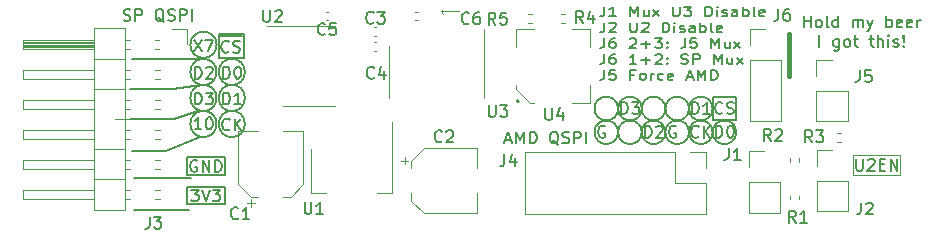
<source format=gbr>
G04 #@! TF.GenerationSoftware,KiCad,Pcbnew,(5.1.10)-1*
G04 #@! TF.CreationDate,2021-07-16T14:19:48-05:00*
G04 #@! TF.ProjectId,spimux,7370696d-7578-42e6-9b69-6361645f7063,rev?*
G04 #@! TF.SameCoordinates,Original*
G04 #@! TF.FileFunction,Legend,Top*
G04 #@! TF.FilePolarity,Positive*
%FSLAX46Y46*%
G04 Gerber Fmt 4.6, Leading zero omitted, Abs format (unit mm)*
G04 Created by KiCad (PCBNEW (5.1.10)-1) date 2021-07-16 14:19:48*
%MOMM*%
%LPD*%
G01*
G04 APERTURE LIST*
%ADD10C,0.150000*%
%ADD11C,0.120000*%
%ADD12C,0.400000*%
%ADD13C,0.200000*%
G04 APERTURE END LIST*
D10*
X102800000Y-97500000D02*
X106400000Y-97500000D01*
X103100000Y-107800000D02*
X107800000Y-107800000D01*
X103100000Y-105100000D02*
X107900000Y-105100000D01*
X102800000Y-100100000D02*
X106500000Y-100100000D01*
X102900000Y-102800000D02*
X105800000Y-102800000D01*
X105800000Y-102800000D02*
X108700000Y-101600000D01*
X102900000Y-95000000D02*
X108993774Y-94989264D01*
X106400000Y-97500000D02*
X108800000Y-97200000D01*
X106500000Y-100100000D02*
X108500000Y-99400000D01*
X107600000Y-105800000D02*
X110800000Y-105800000D01*
X107600000Y-107300000D02*
X107600000Y-105800000D01*
X110800000Y-107300000D02*
X107600000Y-107300000D01*
X110800000Y-105800000D02*
X110800000Y-107300000D01*
X107961904Y-106052380D02*
X108580952Y-106052380D01*
X108247619Y-106433333D01*
X108390476Y-106433333D01*
X108485714Y-106480952D01*
X108533333Y-106528571D01*
X108580952Y-106623809D01*
X108580952Y-106861904D01*
X108533333Y-106957142D01*
X108485714Y-107004761D01*
X108390476Y-107052380D01*
X108104761Y-107052380D01*
X108009523Y-107004761D01*
X107961904Y-106957142D01*
X108866666Y-106052380D02*
X109200000Y-107052380D01*
X109533333Y-106052380D01*
X109771428Y-106052380D02*
X110390476Y-106052380D01*
X110057142Y-106433333D01*
X110200000Y-106433333D01*
X110295238Y-106480952D01*
X110342857Y-106528571D01*
X110390476Y-106623809D01*
X110390476Y-106861904D01*
X110342857Y-106957142D01*
X110295238Y-107004761D01*
X110200000Y-107052380D01*
X109914285Y-107052380D01*
X109819047Y-107004761D01*
X109771428Y-106957142D01*
X108438095Y-103600000D02*
X108342857Y-103552380D01*
X108200000Y-103552380D01*
X108057142Y-103600000D01*
X107961904Y-103695238D01*
X107914285Y-103790476D01*
X107866666Y-103980952D01*
X107866666Y-104123809D01*
X107914285Y-104314285D01*
X107961904Y-104409523D01*
X108057142Y-104504761D01*
X108200000Y-104552380D01*
X108295238Y-104552380D01*
X108438095Y-104504761D01*
X108485714Y-104457142D01*
X108485714Y-104123809D01*
X108295238Y-104123809D01*
X108914285Y-104552380D02*
X108914285Y-103552380D01*
X109485714Y-104552380D01*
X109485714Y-103552380D01*
X109961904Y-104552380D02*
X109961904Y-103552380D01*
X110200000Y-103552380D01*
X110342857Y-103600000D01*
X110438095Y-103695238D01*
X110485714Y-103790476D01*
X110533333Y-103980952D01*
X110533333Y-104123809D01*
X110485714Y-104314285D01*
X110438095Y-104409523D01*
X110342857Y-104504761D01*
X110200000Y-104552380D01*
X109961904Y-104552380D01*
X107600000Y-104800000D02*
X107600000Y-103300000D01*
X110800000Y-104800000D02*
X107600000Y-104800000D01*
X110800000Y-103300000D02*
X110800000Y-104800000D01*
X107600000Y-103300000D02*
X110800000Y-103300000D01*
X111209523Y-100957142D02*
X111161904Y-101004761D01*
X111019047Y-101052380D01*
X110923809Y-101052380D01*
X110780952Y-101004761D01*
X110685714Y-100909523D01*
X110638095Y-100814285D01*
X110590476Y-100623809D01*
X110590476Y-100480952D01*
X110638095Y-100290476D01*
X110685714Y-100195238D01*
X110780952Y-100100000D01*
X110923809Y-100052380D01*
X111019047Y-100052380D01*
X111161904Y-100100000D01*
X111209523Y-100147619D01*
X111638095Y-101052380D02*
X111638095Y-100052380D01*
X112209523Y-101052380D02*
X111780952Y-100480952D01*
X112209523Y-100052380D02*
X111638095Y-100623809D01*
X108809523Y-100952380D02*
X108238095Y-100952380D01*
X108523809Y-100952380D02*
X108523809Y-99952380D01*
X108428571Y-100095238D01*
X108333333Y-100190476D01*
X108238095Y-100238095D01*
X109428571Y-99952380D02*
X109523809Y-99952380D01*
X109619047Y-100000000D01*
X109666666Y-100047619D01*
X109714285Y-100142857D01*
X109761904Y-100333333D01*
X109761904Y-100571428D01*
X109714285Y-100761904D01*
X109666666Y-100857142D01*
X109619047Y-100904761D01*
X109523809Y-100952380D01*
X109428571Y-100952380D01*
X109333333Y-100904761D01*
X109285714Y-100857142D01*
X109238095Y-100761904D01*
X109190476Y-100571428D01*
X109190476Y-100333333D01*
X109238095Y-100142857D01*
X109285714Y-100047619D01*
X109333333Y-100000000D01*
X109428571Y-99952380D01*
X112504511Y-100500000D02*
G75*
G03*
X112504511Y-100500000I-1110737J0D01*
G01*
X110104511Y-100500000D02*
G75*
G03*
X110104511Y-100500000I-1110737J0D01*
G01*
X110661904Y-98852380D02*
X110661904Y-97852380D01*
X110900000Y-97852380D01*
X111042857Y-97900000D01*
X111138095Y-97995238D01*
X111185714Y-98090476D01*
X111233333Y-98280952D01*
X111233333Y-98423809D01*
X111185714Y-98614285D01*
X111138095Y-98709523D01*
X111042857Y-98804761D01*
X110900000Y-98852380D01*
X110661904Y-98852380D01*
X112185714Y-98852380D02*
X111614285Y-98852380D01*
X111900000Y-98852380D02*
X111900000Y-97852380D01*
X111804761Y-97995238D01*
X111709523Y-98090476D01*
X111614285Y-98138095D01*
X112504511Y-98300000D02*
G75*
G03*
X112504511Y-98300000I-1110737J0D01*
G01*
X108261904Y-98852380D02*
X108261904Y-97852380D01*
X108500000Y-97852380D01*
X108642857Y-97900000D01*
X108738095Y-97995238D01*
X108785714Y-98090476D01*
X108833333Y-98280952D01*
X108833333Y-98423809D01*
X108785714Y-98614285D01*
X108738095Y-98709523D01*
X108642857Y-98804761D01*
X108500000Y-98852380D01*
X108261904Y-98852380D01*
X109166666Y-97852380D02*
X109785714Y-97852380D01*
X109452380Y-98233333D01*
X109595238Y-98233333D01*
X109690476Y-98280952D01*
X109738095Y-98328571D01*
X109785714Y-98423809D01*
X109785714Y-98661904D01*
X109738095Y-98757142D01*
X109690476Y-98804761D01*
X109595238Y-98852380D01*
X109309523Y-98852380D01*
X109214285Y-98804761D01*
X109166666Y-98757142D01*
X110104511Y-98300000D02*
G75*
G03*
X110104511Y-98300000I-1110737J0D01*
G01*
X110661904Y-96652380D02*
X110661904Y-95652380D01*
X110900000Y-95652380D01*
X111042857Y-95700000D01*
X111138095Y-95795238D01*
X111185714Y-95890476D01*
X111233333Y-96080952D01*
X111233333Y-96223809D01*
X111185714Y-96414285D01*
X111138095Y-96509523D01*
X111042857Y-96604761D01*
X110900000Y-96652380D01*
X110661904Y-96652380D01*
X111852380Y-95652380D02*
X111947619Y-95652380D01*
X112042857Y-95700000D01*
X112090476Y-95747619D01*
X112138095Y-95842857D01*
X112185714Y-96033333D01*
X112185714Y-96271428D01*
X112138095Y-96461904D01*
X112090476Y-96557142D01*
X112042857Y-96604761D01*
X111947619Y-96652380D01*
X111852380Y-96652380D01*
X111757142Y-96604761D01*
X111709523Y-96557142D01*
X111661904Y-96461904D01*
X111614285Y-96271428D01*
X111614285Y-96033333D01*
X111661904Y-95842857D01*
X111709523Y-95747619D01*
X111757142Y-95700000D01*
X111852380Y-95652380D01*
X112504511Y-96100000D02*
G75*
G03*
X112504511Y-96100000I-1110737J0D01*
G01*
X108261904Y-96652380D02*
X108261904Y-95652380D01*
X108500000Y-95652380D01*
X108642857Y-95700000D01*
X108738095Y-95795238D01*
X108785714Y-95890476D01*
X108833333Y-96080952D01*
X108833333Y-96223809D01*
X108785714Y-96414285D01*
X108738095Y-96509523D01*
X108642857Y-96604761D01*
X108500000Y-96652380D01*
X108261904Y-96652380D01*
X109214285Y-95747619D02*
X109261904Y-95700000D01*
X109357142Y-95652380D01*
X109595238Y-95652380D01*
X109690476Y-95700000D01*
X109738095Y-95747619D01*
X109785714Y-95842857D01*
X109785714Y-95938095D01*
X109738095Y-96080952D01*
X109166666Y-96652380D01*
X109785714Y-96652380D01*
X110104511Y-96100000D02*
G75*
G03*
X110104511Y-96100000I-1110737J0D01*
G01*
X108190476Y-93352380D02*
X108857142Y-94352380D01*
X108857142Y-93352380D02*
X108190476Y-94352380D01*
X109142857Y-93352380D02*
X109809523Y-93352380D01*
X109380952Y-94352380D01*
X110323809Y-93085000D02*
X111323809Y-93085000D01*
X111133333Y-94357142D02*
X111085714Y-94404761D01*
X110942857Y-94452380D01*
X110847619Y-94452380D01*
X110704761Y-94404761D01*
X110609523Y-94309523D01*
X110561904Y-94214285D01*
X110514285Y-94023809D01*
X110514285Y-93880952D01*
X110561904Y-93690476D01*
X110609523Y-93595238D01*
X110704761Y-93500000D01*
X110847619Y-93452380D01*
X110942857Y-93452380D01*
X111085714Y-93500000D01*
X111133333Y-93547619D01*
X111323809Y-93085000D02*
X112276190Y-93085000D01*
X111514285Y-94404761D02*
X111657142Y-94452380D01*
X111895238Y-94452380D01*
X111990476Y-94404761D01*
X112038095Y-94357142D01*
X112085714Y-94261904D01*
X112085714Y-94166666D01*
X112038095Y-94071428D01*
X111990476Y-94023809D01*
X111895238Y-93976190D01*
X111704761Y-93928571D01*
X111609523Y-93880952D01*
X111561904Y-93833333D01*
X111514285Y-93738095D01*
X111514285Y-93642857D01*
X111561904Y-93547619D01*
X111609523Y-93500000D01*
X111704761Y-93452380D01*
X111942857Y-93452380D01*
X112085714Y-93500000D01*
X112400000Y-92900000D02*
X110300000Y-92900000D01*
X112400000Y-94900000D02*
X112400000Y-92900000D01*
X110300000Y-94900000D02*
X112400000Y-94900000D01*
X110300000Y-92900000D02*
X110300000Y-94900000D01*
X110104511Y-93800000D02*
G75*
G03*
X110104511Y-93800000I-1110737J0D01*
G01*
D11*
X164000000Y-104800000D02*
X164000000Y-103100000D01*
X167900000Y-104800000D02*
X164100000Y-104800000D01*
X168000000Y-103100000D02*
X168000000Y-104800000D01*
X164100000Y-103100000D02*
X167900000Y-103100000D01*
D10*
X164261904Y-103452380D02*
X164261904Y-104261904D01*
X164309523Y-104357142D01*
X164357142Y-104404761D01*
X164452380Y-104452380D01*
X164642857Y-104452380D01*
X164738095Y-104404761D01*
X164785714Y-104357142D01*
X164833333Y-104261904D01*
X164833333Y-103452380D01*
X165261904Y-103547619D02*
X165309523Y-103500000D01*
X165404761Y-103452380D01*
X165642857Y-103452380D01*
X165738095Y-103500000D01*
X165785714Y-103547619D01*
X165833333Y-103642857D01*
X165833333Y-103738095D01*
X165785714Y-103880952D01*
X165214285Y-104452380D01*
X165833333Y-104452380D01*
X166261904Y-103928571D02*
X166595238Y-103928571D01*
X166738095Y-104452380D02*
X166261904Y-104452380D01*
X166261904Y-103452380D01*
X166738095Y-103452380D01*
X167166666Y-104452380D02*
X167166666Y-103452380D01*
X167738095Y-104452380D01*
X167738095Y-103452380D01*
D12*
X158600000Y-92900000D02*
X158600000Y-96400000D01*
D10*
X142921309Y-90561904D02*
X142921309Y-91133333D01*
X142873690Y-91247619D01*
X142778452Y-91323809D01*
X142635595Y-91361904D01*
X142540357Y-91361904D01*
X143921309Y-91361904D02*
X143349880Y-91361904D01*
X143635595Y-91361904D02*
X143635595Y-90561904D01*
X143540357Y-90676190D01*
X143445119Y-90752380D01*
X143349880Y-90790476D01*
X145111785Y-91361904D02*
X145111785Y-90561904D01*
X145445119Y-91133333D01*
X145778452Y-90561904D01*
X145778452Y-91361904D01*
X146683214Y-90828571D02*
X146683214Y-91361904D01*
X146254642Y-90828571D02*
X146254642Y-91247619D01*
X146302261Y-91323809D01*
X146397500Y-91361904D01*
X146540357Y-91361904D01*
X146635595Y-91323809D01*
X146683214Y-91285714D01*
X147064166Y-91361904D02*
X147587976Y-90828571D01*
X147064166Y-90828571D02*
X147587976Y-91361904D01*
X148730833Y-90561904D02*
X148730833Y-91209523D01*
X148778452Y-91285714D01*
X148826071Y-91323809D01*
X148921309Y-91361904D01*
X149111785Y-91361904D01*
X149207023Y-91323809D01*
X149254642Y-91285714D01*
X149302261Y-91209523D01*
X149302261Y-90561904D01*
X149683214Y-90561904D02*
X150302261Y-90561904D01*
X149968928Y-90866666D01*
X150111785Y-90866666D01*
X150207023Y-90904761D01*
X150254642Y-90942857D01*
X150302261Y-91019047D01*
X150302261Y-91209523D01*
X150254642Y-91285714D01*
X150207023Y-91323809D01*
X150111785Y-91361904D01*
X149826071Y-91361904D01*
X149730833Y-91323809D01*
X149683214Y-91285714D01*
X151492738Y-91361904D02*
X151492738Y-90561904D01*
X151730833Y-90561904D01*
X151873690Y-90600000D01*
X151968928Y-90676190D01*
X152016547Y-90752380D01*
X152064166Y-90904761D01*
X152064166Y-91019047D01*
X152016547Y-91171428D01*
X151968928Y-91247619D01*
X151873690Y-91323809D01*
X151730833Y-91361904D01*
X151492738Y-91361904D01*
X152492738Y-91361904D02*
X152492738Y-90828571D01*
X152492738Y-90561904D02*
X152445119Y-90600000D01*
X152492738Y-90638095D01*
X152540357Y-90600000D01*
X152492738Y-90561904D01*
X152492738Y-90638095D01*
X152921309Y-91323809D02*
X153016547Y-91361904D01*
X153207023Y-91361904D01*
X153302261Y-91323809D01*
X153349880Y-91247619D01*
X153349880Y-91209523D01*
X153302261Y-91133333D01*
X153207023Y-91095238D01*
X153064166Y-91095238D01*
X152968928Y-91057142D01*
X152921309Y-90980952D01*
X152921309Y-90942857D01*
X152968928Y-90866666D01*
X153064166Y-90828571D01*
X153207023Y-90828571D01*
X153302261Y-90866666D01*
X154207023Y-91361904D02*
X154207023Y-90942857D01*
X154159404Y-90866666D01*
X154064166Y-90828571D01*
X153873690Y-90828571D01*
X153778452Y-90866666D01*
X154207023Y-91323809D02*
X154111785Y-91361904D01*
X153873690Y-91361904D01*
X153778452Y-91323809D01*
X153730833Y-91247619D01*
X153730833Y-91171428D01*
X153778452Y-91095238D01*
X153873690Y-91057142D01*
X154111785Y-91057142D01*
X154207023Y-91019047D01*
X154683214Y-91361904D02*
X154683214Y-90561904D01*
X154683214Y-90866666D02*
X154778452Y-90828571D01*
X154968928Y-90828571D01*
X155064166Y-90866666D01*
X155111785Y-90904761D01*
X155159404Y-90980952D01*
X155159404Y-91209523D01*
X155111785Y-91285714D01*
X155064166Y-91323809D01*
X154968928Y-91361904D01*
X154778452Y-91361904D01*
X154683214Y-91323809D01*
X155730833Y-91361904D02*
X155635595Y-91323809D01*
X155587976Y-91247619D01*
X155587976Y-90561904D01*
X156492738Y-91323809D02*
X156397500Y-91361904D01*
X156207023Y-91361904D01*
X156111785Y-91323809D01*
X156064166Y-91247619D01*
X156064166Y-90942857D01*
X156111785Y-90866666D01*
X156207023Y-90828571D01*
X156397500Y-90828571D01*
X156492738Y-90866666D01*
X156540357Y-90942857D01*
X156540357Y-91019047D01*
X156064166Y-91095238D01*
X142921309Y-91911904D02*
X142921309Y-92483333D01*
X142873690Y-92597619D01*
X142778452Y-92673809D01*
X142635595Y-92711904D01*
X142540357Y-92711904D01*
X143349880Y-91988095D02*
X143397500Y-91950000D01*
X143492738Y-91911904D01*
X143730833Y-91911904D01*
X143826071Y-91950000D01*
X143873690Y-91988095D01*
X143921309Y-92064285D01*
X143921309Y-92140476D01*
X143873690Y-92254761D01*
X143302261Y-92711904D01*
X143921309Y-92711904D01*
X145111785Y-91911904D02*
X145111785Y-92559523D01*
X145159404Y-92635714D01*
X145207023Y-92673809D01*
X145302261Y-92711904D01*
X145492738Y-92711904D01*
X145587976Y-92673809D01*
X145635595Y-92635714D01*
X145683214Y-92559523D01*
X145683214Y-91911904D01*
X146111785Y-91988095D02*
X146159404Y-91950000D01*
X146254642Y-91911904D01*
X146492738Y-91911904D01*
X146587976Y-91950000D01*
X146635595Y-91988095D01*
X146683214Y-92064285D01*
X146683214Y-92140476D01*
X146635595Y-92254761D01*
X146064166Y-92711904D01*
X146683214Y-92711904D01*
X147873690Y-92711904D02*
X147873690Y-91911904D01*
X148111785Y-91911904D01*
X148254642Y-91950000D01*
X148349880Y-92026190D01*
X148397500Y-92102380D01*
X148445119Y-92254761D01*
X148445119Y-92369047D01*
X148397500Y-92521428D01*
X148349880Y-92597619D01*
X148254642Y-92673809D01*
X148111785Y-92711904D01*
X147873690Y-92711904D01*
X148873690Y-92711904D02*
X148873690Y-92178571D01*
X148873690Y-91911904D02*
X148826071Y-91950000D01*
X148873690Y-91988095D01*
X148921309Y-91950000D01*
X148873690Y-91911904D01*
X148873690Y-91988095D01*
X149302261Y-92673809D02*
X149397500Y-92711904D01*
X149587976Y-92711904D01*
X149683214Y-92673809D01*
X149730833Y-92597619D01*
X149730833Y-92559523D01*
X149683214Y-92483333D01*
X149587976Y-92445238D01*
X149445119Y-92445238D01*
X149349880Y-92407142D01*
X149302261Y-92330952D01*
X149302261Y-92292857D01*
X149349880Y-92216666D01*
X149445119Y-92178571D01*
X149587976Y-92178571D01*
X149683214Y-92216666D01*
X150587976Y-92711904D02*
X150587976Y-92292857D01*
X150540357Y-92216666D01*
X150445119Y-92178571D01*
X150254642Y-92178571D01*
X150159404Y-92216666D01*
X150587976Y-92673809D02*
X150492738Y-92711904D01*
X150254642Y-92711904D01*
X150159404Y-92673809D01*
X150111785Y-92597619D01*
X150111785Y-92521428D01*
X150159404Y-92445238D01*
X150254642Y-92407142D01*
X150492738Y-92407142D01*
X150587976Y-92369047D01*
X151064166Y-92711904D02*
X151064166Y-91911904D01*
X151064166Y-92216666D02*
X151159404Y-92178571D01*
X151349880Y-92178571D01*
X151445119Y-92216666D01*
X151492738Y-92254761D01*
X151540357Y-92330952D01*
X151540357Y-92559523D01*
X151492738Y-92635714D01*
X151445119Y-92673809D01*
X151349880Y-92711904D01*
X151159404Y-92711904D01*
X151064166Y-92673809D01*
X152111785Y-92711904D02*
X152016547Y-92673809D01*
X151968928Y-92597619D01*
X151968928Y-91911904D01*
X152873690Y-92673809D02*
X152778452Y-92711904D01*
X152587976Y-92711904D01*
X152492738Y-92673809D01*
X152445119Y-92597619D01*
X152445119Y-92292857D01*
X152492738Y-92216666D01*
X152587976Y-92178571D01*
X152778452Y-92178571D01*
X152873690Y-92216666D01*
X152921309Y-92292857D01*
X152921309Y-92369047D01*
X152445119Y-92445238D01*
X142921309Y-93261904D02*
X142921309Y-93833333D01*
X142873690Y-93947619D01*
X142778452Y-94023809D01*
X142635595Y-94061904D01*
X142540357Y-94061904D01*
X143826071Y-93261904D02*
X143635595Y-93261904D01*
X143540357Y-93300000D01*
X143492738Y-93338095D01*
X143397500Y-93452380D01*
X143349880Y-93604761D01*
X143349880Y-93909523D01*
X143397500Y-93985714D01*
X143445119Y-94023809D01*
X143540357Y-94061904D01*
X143730833Y-94061904D01*
X143826071Y-94023809D01*
X143873690Y-93985714D01*
X143921309Y-93909523D01*
X143921309Y-93719047D01*
X143873690Y-93642857D01*
X143826071Y-93604761D01*
X143730833Y-93566666D01*
X143540357Y-93566666D01*
X143445119Y-93604761D01*
X143397500Y-93642857D01*
X143349880Y-93719047D01*
X145064166Y-93338095D02*
X145111785Y-93300000D01*
X145207023Y-93261904D01*
X145445119Y-93261904D01*
X145540357Y-93300000D01*
X145587976Y-93338095D01*
X145635595Y-93414285D01*
X145635595Y-93490476D01*
X145587976Y-93604761D01*
X145016547Y-94061904D01*
X145635595Y-94061904D01*
X146064166Y-93757142D02*
X146826071Y-93757142D01*
X146445119Y-94061904D02*
X146445119Y-93452380D01*
X147207023Y-93261904D02*
X147826071Y-93261904D01*
X147492738Y-93566666D01*
X147635595Y-93566666D01*
X147730833Y-93604761D01*
X147778452Y-93642857D01*
X147826071Y-93719047D01*
X147826071Y-93909523D01*
X147778452Y-93985714D01*
X147730833Y-94023809D01*
X147635595Y-94061904D01*
X147349880Y-94061904D01*
X147254642Y-94023809D01*
X147207023Y-93985714D01*
X148254642Y-93985714D02*
X148302261Y-94023809D01*
X148254642Y-94061904D01*
X148207023Y-94023809D01*
X148254642Y-93985714D01*
X148254642Y-94061904D01*
X148254642Y-93566666D02*
X148302261Y-93604761D01*
X148254642Y-93642857D01*
X148207023Y-93604761D01*
X148254642Y-93566666D01*
X148254642Y-93642857D01*
X149778452Y-93261904D02*
X149778452Y-93833333D01*
X149730833Y-93947619D01*
X149635595Y-94023809D01*
X149492738Y-94061904D01*
X149397500Y-94061904D01*
X150730833Y-93261904D02*
X150254642Y-93261904D01*
X150207023Y-93642857D01*
X150254642Y-93604761D01*
X150349880Y-93566666D01*
X150587976Y-93566666D01*
X150683214Y-93604761D01*
X150730833Y-93642857D01*
X150778452Y-93719047D01*
X150778452Y-93909523D01*
X150730833Y-93985714D01*
X150683214Y-94023809D01*
X150587976Y-94061904D01*
X150349880Y-94061904D01*
X150254642Y-94023809D01*
X150207023Y-93985714D01*
X151968928Y-94061904D02*
X151968928Y-93261904D01*
X152302261Y-93833333D01*
X152635595Y-93261904D01*
X152635595Y-94061904D01*
X153540357Y-93528571D02*
X153540357Y-94061904D01*
X153111785Y-93528571D02*
X153111785Y-93947619D01*
X153159404Y-94023809D01*
X153254642Y-94061904D01*
X153397500Y-94061904D01*
X153492738Y-94023809D01*
X153540357Y-93985714D01*
X153921309Y-94061904D02*
X154445119Y-93528571D01*
X153921309Y-93528571D02*
X154445119Y-94061904D01*
X142921309Y-94611904D02*
X142921309Y-95183333D01*
X142873690Y-95297619D01*
X142778452Y-95373809D01*
X142635595Y-95411904D01*
X142540357Y-95411904D01*
X143826071Y-94611904D02*
X143635595Y-94611904D01*
X143540357Y-94650000D01*
X143492738Y-94688095D01*
X143397500Y-94802380D01*
X143349880Y-94954761D01*
X143349880Y-95259523D01*
X143397500Y-95335714D01*
X143445119Y-95373809D01*
X143540357Y-95411904D01*
X143730833Y-95411904D01*
X143826071Y-95373809D01*
X143873690Y-95335714D01*
X143921309Y-95259523D01*
X143921309Y-95069047D01*
X143873690Y-94992857D01*
X143826071Y-94954761D01*
X143730833Y-94916666D01*
X143540357Y-94916666D01*
X143445119Y-94954761D01*
X143397500Y-94992857D01*
X143349880Y-95069047D01*
X145635595Y-95411904D02*
X145064166Y-95411904D01*
X145349880Y-95411904D02*
X145349880Y-94611904D01*
X145254642Y-94726190D01*
X145159404Y-94802380D01*
X145064166Y-94840476D01*
X146064166Y-95107142D02*
X146826071Y-95107142D01*
X146445119Y-95411904D02*
X146445119Y-94802380D01*
X147254642Y-94688095D02*
X147302261Y-94650000D01*
X147397500Y-94611904D01*
X147635595Y-94611904D01*
X147730833Y-94650000D01*
X147778452Y-94688095D01*
X147826071Y-94764285D01*
X147826071Y-94840476D01*
X147778452Y-94954761D01*
X147207023Y-95411904D01*
X147826071Y-95411904D01*
X148254642Y-95335714D02*
X148302261Y-95373809D01*
X148254642Y-95411904D01*
X148207023Y-95373809D01*
X148254642Y-95335714D01*
X148254642Y-95411904D01*
X148254642Y-94916666D02*
X148302261Y-94954761D01*
X148254642Y-94992857D01*
X148207023Y-94954761D01*
X148254642Y-94916666D01*
X148254642Y-94992857D01*
X149445119Y-95373809D02*
X149587976Y-95411904D01*
X149826071Y-95411904D01*
X149921309Y-95373809D01*
X149968928Y-95335714D01*
X150016547Y-95259523D01*
X150016547Y-95183333D01*
X149968928Y-95107142D01*
X149921309Y-95069047D01*
X149826071Y-95030952D01*
X149635595Y-94992857D01*
X149540357Y-94954761D01*
X149492738Y-94916666D01*
X149445119Y-94840476D01*
X149445119Y-94764285D01*
X149492738Y-94688095D01*
X149540357Y-94650000D01*
X149635595Y-94611904D01*
X149873690Y-94611904D01*
X150016547Y-94650000D01*
X150445119Y-95411904D02*
X150445119Y-94611904D01*
X150826071Y-94611904D01*
X150921309Y-94650000D01*
X150968928Y-94688095D01*
X151016547Y-94764285D01*
X151016547Y-94878571D01*
X150968928Y-94954761D01*
X150921309Y-94992857D01*
X150826071Y-95030952D01*
X150445119Y-95030952D01*
X152207023Y-95411904D02*
X152207023Y-94611904D01*
X152540357Y-95183333D01*
X152873690Y-94611904D01*
X152873690Y-95411904D01*
X153778452Y-94878571D02*
X153778452Y-95411904D01*
X153349880Y-94878571D02*
X153349880Y-95297619D01*
X153397500Y-95373809D01*
X153492738Y-95411904D01*
X153635595Y-95411904D01*
X153730833Y-95373809D01*
X153778452Y-95335714D01*
X154159404Y-95411904D02*
X154683214Y-94878571D01*
X154159404Y-94878571D02*
X154683214Y-95411904D01*
X142921309Y-95961904D02*
X142921309Y-96533333D01*
X142873690Y-96647619D01*
X142778452Y-96723809D01*
X142635595Y-96761904D01*
X142540357Y-96761904D01*
X143873690Y-95961904D02*
X143397500Y-95961904D01*
X143349880Y-96342857D01*
X143397500Y-96304761D01*
X143492738Y-96266666D01*
X143730833Y-96266666D01*
X143826071Y-96304761D01*
X143873690Y-96342857D01*
X143921309Y-96419047D01*
X143921309Y-96609523D01*
X143873690Y-96685714D01*
X143826071Y-96723809D01*
X143730833Y-96761904D01*
X143492738Y-96761904D01*
X143397500Y-96723809D01*
X143349880Y-96685714D01*
X145445119Y-96342857D02*
X145111785Y-96342857D01*
X145111785Y-96761904D02*
X145111785Y-95961904D01*
X145587976Y-95961904D01*
X146111785Y-96761904D02*
X146016547Y-96723809D01*
X145968928Y-96685714D01*
X145921309Y-96609523D01*
X145921309Y-96380952D01*
X145968928Y-96304761D01*
X146016547Y-96266666D01*
X146111785Y-96228571D01*
X146254642Y-96228571D01*
X146349880Y-96266666D01*
X146397500Y-96304761D01*
X146445119Y-96380952D01*
X146445119Y-96609523D01*
X146397500Y-96685714D01*
X146349880Y-96723809D01*
X146254642Y-96761904D01*
X146111785Y-96761904D01*
X146873690Y-96761904D02*
X146873690Y-96228571D01*
X146873690Y-96380952D02*
X146921309Y-96304761D01*
X146968928Y-96266666D01*
X147064166Y-96228571D01*
X147159404Y-96228571D01*
X147921309Y-96723809D02*
X147826071Y-96761904D01*
X147635595Y-96761904D01*
X147540357Y-96723809D01*
X147492738Y-96685714D01*
X147445119Y-96609523D01*
X147445119Y-96380952D01*
X147492738Y-96304761D01*
X147540357Y-96266666D01*
X147635595Y-96228571D01*
X147826071Y-96228571D01*
X147921309Y-96266666D01*
X148730833Y-96723809D02*
X148635595Y-96761904D01*
X148445119Y-96761904D01*
X148349880Y-96723809D01*
X148302261Y-96647619D01*
X148302261Y-96342857D01*
X148349880Y-96266666D01*
X148445119Y-96228571D01*
X148635595Y-96228571D01*
X148730833Y-96266666D01*
X148778452Y-96342857D01*
X148778452Y-96419047D01*
X148302261Y-96495238D01*
X149921309Y-96533333D02*
X150397500Y-96533333D01*
X149826071Y-96761904D02*
X150159404Y-95961904D01*
X150492738Y-96761904D01*
X150826071Y-96761904D02*
X150826071Y-95961904D01*
X151159404Y-96533333D01*
X151492738Y-95961904D01*
X151492738Y-96761904D01*
X151968928Y-96761904D02*
X151968928Y-95961904D01*
X152207023Y-95961904D01*
X152349880Y-96000000D01*
X152445119Y-96076190D01*
X152492738Y-96152380D01*
X152540357Y-96304761D01*
X152540357Y-96419047D01*
X152492738Y-96571428D01*
X152445119Y-96647619D01*
X152349880Y-96723809D01*
X152207023Y-96761904D01*
X151968928Y-96761904D01*
X159819047Y-92327380D02*
X159819047Y-91327380D01*
X159819047Y-91803571D02*
X160390476Y-91803571D01*
X160390476Y-92327380D02*
X160390476Y-91327380D01*
X161009523Y-92327380D02*
X160914285Y-92279761D01*
X160866666Y-92232142D01*
X160819047Y-92136904D01*
X160819047Y-91851190D01*
X160866666Y-91755952D01*
X160914285Y-91708333D01*
X161009523Y-91660714D01*
X161152380Y-91660714D01*
X161247619Y-91708333D01*
X161295238Y-91755952D01*
X161342857Y-91851190D01*
X161342857Y-92136904D01*
X161295238Y-92232142D01*
X161247619Y-92279761D01*
X161152380Y-92327380D01*
X161009523Y-92327380D01*
X161914285Y-92327380D02*
X161819047Y-92279761D01*
X161771428Y-92184523D01*
X161771428Y-91327380D01*
X162723809Y-92327380D02*
X162723809Y-91327380D01*
X162723809Y-92279761D02*
X162628571Y-92327380D01*
X162438095Y-92327380D01*
X162342857Y-92279761D01*
X162295238Y-92232142D01*
X162247619Y-92136904D01*
X162247619Y-91851190D01*
X162295238Y-91755952D01*
X162342857Y-91708333D01*
X162438095Y-91660714D01*
X162628571Y-91660714D01*
X162723809Y-91708333D01*
X163961904Y-92327380D02*
X163961904Y-91660714D01*
X163961904Y-91755952D02*
X164009523Y-91708333D01*
X164104761Y-91660714D01*
X164247619Y-91660714D01*
X164342857Y-91708333D01*
X164390476Y-91803571D01*
X164390476Y-92327380D01*
X164390476Y-91803571D02*
X164438095Y-91708333D01*
X164533333Y-91660714D01*
X164676190Y-91660714D01*
X164771428Y-91708333D01*
X164819047Y-91803571D01*
X164819047Y-92327380D01*
X165200000Y-91660714D02*
X165438095Y-92327380D01*
X165676190Y-91660714D02*
X165438095Y-92327380D01*
X165342857Y-92565476D01*
X165295238Y-92613095D01*
X165200000Y-92660714D01*
X166819047Y-92327380D02*
X166819047Y-91327380D01*
X166819047Y-91708333D02*
X166914285Y-91660714D01*
X167104761Y-91660714D01*
X167200000Y-91708333D01*
X167247619Y-91755952D01*
X167295238Y-91851190D01*
X167295238Y-92136904D01*
X167247619Y-92232142D01*
X167200000Y-92279761D01*
X167104761Y-92327380D01*
X166914285Y-92327380D01*
X166819047Y-92279761D01*
X168104761Y-92279761D02*
X168009523Y-92327380D01*
X167819047Y-92327380D01*
X167723809Y-92279761D01*
X167676190Y-92184523D01*
X167676190Y-91803571D01*
X167723809Y-91708333D01*
X167819047Y-91660714D01*
X168009523Y-91660714D01*
X168104761Y-91708333D01*
X168152380Y-91803571D01*
X168152380Y-91898809D01*
X167676190Y-91994047D01*
X168961904Y-92279761D02*
X168866666Y-92327380D01*
X168676190Y-92327380D01*
X168580952Y-92279761D01*
X168533333Y-92184523D01*
X168533333Y-91803571D01*
X168580952Y-91708333D01*
X168676190Y-91660714D01*
X168866666Y-91660714D01*
X168961904Y-91708333D01*
X169009523Y-91803571D01*
X169009523Y-91898809D01*
X168533333Y-91994047D01*
X169438095Y-92327380D02*
X169438095Y-91660714D01*
X169438095Y-91851190D02*
X169485714Y-91755952D01*
X169533333Y-91708333D01*
X169628571Y-91660714D01*
X169723809Y-91660714D01*
X161128571Y-93977380D02*
X161128571Y-92977380D01*
X162795238Y-93310714D02*
X162795238Y-94120238D01*
X162747619Y-94215476D01*
X162700000Y-94263095D01*
X162604761Y-94310714D01*
X162461904Y-94310714D01*
X162366666Y-94263095D01*
X162795238Y-93929761D02*
X162700000Y-93977380D01*
X162509523Y-93977380D01*
X162414285Y-93929761D01*
X162366666Y-93882142D01*
X162319047Y-93786904D01*
X162319047Y-93501190D01*
X162366666Y-93405952D01*
X162414285Y-93358333D01*
X162509523Y-93310714D01*
X162700000Y-93310714D01*
X162795238Y-93358333D01*
X163414285Y-93977380D02*
X163319047Y-93929761D01*
X163271428Y-93882142D01*
X163223809Y-93786904D01*
X163223809Y-93501190D01*
X163271428Y-93405952D01*
X163319047Y-93358333D01*
X163414285Y-93310714D01*
X163557142Y-93310714D01*
X163652380Y-93358333D01*
X163700000Y-93405952D01*
X163747619Y-93501190D01*
X163747619Y-93786904D01*
X163700000Y-93882142D01*
X163652380Y-93929761D01*
X163557142Y-93977380D01*
X163414285Y-93977380D01*
X164033333Y-93310714D02*
X164414285Y-93310714D01*
X164176190Y-92977380D02*
X164176190Y-93834523D01*
X164223809Y-93929761D01*
X164319047Y-93977380D01*
X164414285Y-93977380D01*
X165366666Y-93310714D02*
X165747619Y-93310714D01*
X165509523Y-92977380D02*
X165509523Y-93834523D01*
X165557142Y-93929761D01*
X165652380Y-93977380D01*
X165747619Y-93977380D01*
X166080952Y-93977380D02*
X166080952Y-92977380D01*
X166509523Y-93977380D02*
X166509523Y-93453571D01*
X166461904Y-93358333D01*
X166366666Y-93310714D01*
X166223809Y-93310714D01*
X166128571Y-93358333D01*
X166080952Y-93405952D01*
X166985714Y-93977380D02*
X166985714Y-93310714D01*
X166985714Y-92977380D02*
X166938095Y-93025000D01*
X166985714Y-93072619D01*
X167033333Y-93025000D01*
X166985714Y-92977380D01*
X166985714Y-93072619D01*
X167414285Y-93929761D02*
X167509523Y-93977380D01*
X167700000Y-93977380D01*
X167795238Y-93929761D01*
X167842857Y-93834523D01*
X167842857Y-93786904D01*
X167795238Y-93691666D01*
X167700000Y-93644047D01*
X167557142Y-93644047D01*
X167461904Y-93596428D01*
X167414285Y-93501190D01*
X167414285Y-93453571D01*
X167461904Y-93358333D01*
X167557142Y-93310714D01*
X167700000Y-93310714D01*
X167795238Y-93358333D01*
X168271428Y-93882142D02*
X168319047Y-93929761D01*
X168271428Y-93977380D01*
X168223809Y-93929761D01*
X168271428Y-93882142D01*
X168271428Y-93977380D01*
X168271428Y-93596428D02*
X168223809Y-93025000D01*
X168271428Y-92977380D01*
X168319047Y-93025000D01*
X168271428Y-93596428D01*
X168271428Y-92977380D01*
X134571428Y-101866666D02*
X135047619Y-101866666D01*
X134476190Y-102152380D02*
X134809523Y-101152380D01*
X135142857Y-102152380D01*
X135476190Y-102152380D02*
X135476190Y-101152380D01*
X135809523Y-101866666D01*
X136142857Y-101152380D01*
X136142857Y-102152380D01*
X136619047Y-102152380D02*
X136619047Y-101152380D01*
X136857142Y-101152380D01*
X137000000Y-101200000D01*
X137095238Y-101295238D01*
X137142857Y-101390476D01*
X137190476Y-101580952D01*
X137190476Y-101723809D01*
X137142857Y-101914285D01*
X137095238Y-102009523D01*
X137000000Y-102104761D01*
X136857142Y-102152380D01*
X136619047Y-102152380D01*
X139047619Y-102247619D02*
X138952380Y-102200000D01*
X138857142Y-102104761D01*
X138714285Y-101961904D01*
X138619047Y-101914285D01*
X138523809Y-101914285D01*
X138571428Y-102152380D02*
X138476190Y-102104761D01*
X138380952Y-102009523D01*
X138333333Y-101819047D01*
X138333333Y-101485714D01*
X138380952Y-101295238D01*
X138476190Y-101200000D01*
X138571428Y-101152380D01*
X138761904Y-101152380D01*
X138857142Y-101200000D01*
X138952380Y-101295238D01*
X139000000Y-101485714D01*
X139000000Y-101819047D01*
X138952380Y-102009523D01*
X138857142Y-102104761D01*
X138761904Y-102152380D01*
X138571428Y-102152380D01*
X139380952Y-102104761D02*
X139523809Y-102152380D01*
X139761904Y-102152380D01*
X139857142Y-102104761D01*
X139904761Y-102057142D01*
X139952380Y-101961904D01*
X139952380Y-101866666D01*
X139904761Y-101771428D01*
X139857142Y-101723809D01*
X139761904Y-101676190D01*
X139571428Y-101628571D01*
X139476190Y-101580952D01*
X139428571Y-101533333D01*
X139380952Y-101438095D01*
X139380952Y-101342857D01*
X139428571Y-101247619D01*
X139476190Y-101200000D01*
X139571428Y-101152380D01*
X139809523Y-101152380D01*
X139952380Y-101200000D01*
X140380952Y-102152380D02*
X140380952Y-101152380D01*
X140761904Y-101152380D01*
X140857142Y-101200000D01*
X140904761Y-101247619D01*
X140952380Y-101342857D01*
X140952380Y-101485714D01*
X140904761Y-101580952D01*
X140857142Y-101628571D01*
X140761904Y-101676190D01*
X140380952Y-101676190D01*
X141380952Y-102152380D02*
X141380952Y-101152380D01*
X154100000Y-98200000D02*
X152100000Y-98200000D01*
X154100000Y-100200000D02*
X154100000Y-98200000D01*
X152100000Y-100200000D02*
X154100000Y-100200000D01*
X152100000Y-98200000D02*
X152100000Y-100200000D01*
X154100000Y-101200000D02*
G75*
G03*
X154100000Y-101200000I-1000000J0D01*
G01*
X144100000Y-99200000D02*
G75*
G03*
X144100000Y-99200000I-1000000J0D01*
G01*
X146100000Y-99200000D02*
G75*
G03*
X146100000Y-99200000I-1000000J0D01*
G01*
X144100000Y-101200000D02*
G75*
G03*
X144100000Y-101200000I-1000000J0D01*
G01*
X146100000Y-101200000D02*
G75*
G03*
X146100000Y-101200000I-1000000J0D01*
G01*
X148100000Y-101200000D02*
G75*
G03*
X148100000Y-101200000I-1000000J0D01*
G01*
X150100000Y-101200000D02*
G75*
G03*
X150100000Y-101200000I-1000000J0D01*
G01*
X152100000Y-101200000D02*
G75*
G03*
X152100000Y-101200000I-1000000J0D01*
G01*
X152100000Y-99200000D02*
G75*
G03*
X152100000Y-99200000I-1000000J0D01*
G01*
X150100000Y-99200000D02*
G75*
G03*
X150100000Y-99200000I-1000000J0D01*
G01*
X148100000Y-99200000D02*
G75*
G03*
X148100000Y-99200000I-1000000J0D01*
G01*
X142980952Y-100700000D02*
X142885714Y-100652380D01*
X142742857Y-100652380D01*
X142600000Y-100700000D01*
X142504761Y-100795238D01*
X142457142Y-100890476D01*
X142409523Y-101080952D01*
X142409523Y-101223809D01*
X142457142Y-101414285D01*
X142504761Y-101509523D01*
X142600000Y-101604761D01*
X142742857Y-101652380D01*
X142838095Y-101652380D01*
X142980952Y-101604761D01*
X143028571Y-101557142D01*
X143028571Y-101223809D01*
X142838095Y-101223809D01*
X144361904Y-99652380D02*
X144361904Y-98652380D01*
X144600000Y-98652380D01*
X144742857Y-98700000D01*
X144838095Y-98795238D01*
X144885714Y-98890476D01*
X144933333Y-99080952D01*
X144933333Y-99223809D01*
X144885714Y-99414285D01*
X144838095Y-99509523D01*
X144742857Y-99604761D01*
X144600000Y-99652380D01*
X144361904Y-99652380D01*
X145266666Y-98652380D02*
X145885714Y-98652380D01*
X145552380Y-99033333D01*
X145695238Y-99033333D01*
X145790476Y-99080952D01*
X145838095Y-99128571D01*
X145885714Y-99223809D01*
X145885714Y-99461904D01*
X145838095Y-99557142D01*
X145790476Y-99604761D01*
X145695238Y-99652380D01*
X145409523Y-99652380D01*
X145314285Y-99604761D01*
X145266666Y-99557142D01*
X146361904Y-101652380D02*
X146361904Y-100652380D01*
X146600000Y-100652380D01*
X146742857Y-100700000D01*
X146838095Y-100795238D01*
X146885714Y-100890476D01*
X146933333Y-101080952D01*
X146933333Y-101223809D01*
X146885714Y-101414285D01*
X146838095Y-101509523D01*
X146742857Y-101604761D01*
X146600000Y-101652380D01*
X146361904Y-101652380D01*
X147314285Y-100747619D02*
X147361904Y-100700000D01*
X147457142Y-100652380D01*
X147695238Y-100652380D01*
X147790476Y-100700000D01*
X147838095Y-100747619D01*
X147885714Y-100842857D01*
X147885714Y-100938095D01*
X147838095Y-101080952D01*
X147266666Y-101652380D01*
X147885714Y-101652380D01*
X148980952Y-100700000D02*
X148885714Y-100652380D01*
X148742857Y-100652380D01*
X148600000Y-100700000D01*
X148504761Y-100795238D01*
X148457142Y-100890476D01*
X148409523Y-101080952D01*
X148409523Y-101223809D01*
X148457142Y-101414285D01*
X148504761Y-101509523D01*
X148600000Y-101604761D01*
X148742857Y-101652380D01*
X148838095Y-101652380D01*
X148980952Y-101604761D01*
X149028571Y-101557142D01*
X149028571Y-101223809D01*
X148838095Y-101223809D01*
X150361904Y-99652380D02*
X150361904Y-98652380D01*
X150600000Y-98652380D01*
X150742857Y-98700000D01*
X150838095Y-98795238D01*
X150885714Y-98890476D01*
X150933333Y-99080952D01*
X150933333Y-99223809D01*
X150885714Y-99414285D01*
X150838095Y-99509523D01*
X150742857Y-99604761D01*
X150600000Y-99652380D01*
X150361904Y-99652380D01*
X151885714Y-99652380D02*
X151314285Y-99652380D01*
X151600000Y-99652380D02*
X151600000Y-98652380D01*
X151504761Y-98795238D01*
X151409523Y-98890476D01*
X151314285Y-98938095D01*
X150909523Y-101557142D02*
X150861904Y-101604761D01*
X150719047Y-101652380D01*
X150623809Y-101652380D01*
X150480952Y-101604761D01*
X150385714Y-101509523D01*
X150338095Y-101414285D01*
X150290476Y-101223809D01*
X150290476Y-101080952D01*
X150338095Y-100890476D01*
X150385714Y-100795238D01*
X150480952Y-100700000D01*
X150623809Y-100652380D01*
X150719047Y-100652380D01*
X150861904Y-100700000D01*
X150909523Y-100747619D01*
X151338095Y-101652380D02*
X151338095Y-100652380D01*
X151909523Y-101652380D02*
X151480952Y-101080952D01*
X151909523Y-100652380D02*
X151338095Y-101223809D01*
X152361904Y-101652380D02*
X152361904Y-100652380D01*
X152600000Y-100652380D01*
X152742857Y-100700000D01*
X152838095Y-100795238D01*
X152885714Y-100890476D01*
X152933333Y-101080952D01*
X152933333Y-101223809D01*
X152885714Y-101414285D01*
X152838095Y-101509523D01*
X152742857Y-101604761D01*
X152600000Y-101652380D01*
X152361904Y-101652380D01*
X153552380Y-100652380D02*
X153647619Y-100652380D01*
X153742857Y-100700000D01*
X153790476Y-100747619D01*
X153838095Y-100842857D01*
X153885714Y-101033333D01*
X153885714Y-101271428D01*
X153838095Y-101461904D01*
X153790476Y-101557142D01*
X153742857Y-101604761D01*
X153647619Y-101652380D01*
X153552380Y-101652380D01*
X153457142Y-101604761D01*
X153409523Y-101557142D01*
X153361904Y-101461904D01*
X153314285Y-101271428D01*
X153314285Y-101033333D01*
X153361904Y-100842857D01*
X153409523Y-100747619D01*
X153457142Y-100700000D01*
X153552380Y-100652380D01*
X152933333Y-99557142D02*
X152885714Y-99604761D01*
X152742857Y-99652380D01*
X152647619Y-99652380D01*
X152504761Y-99604761D01*
X152409523Y-99509523D01*
X152361904Y-99414285D01*
X152314285Y-99223809D01*
X152314285Y-99080952D01*
X152361904Y-98890476D01*
X152409523Y-98795238D01*
X152504761Y-98700000D01*
X152647619Y-98652380D01*
X152742857Y-98652380D01*
X152885714Y-98700000D01*
X152933333Y-98747619D01*
X153314285Y-99604761D02*
X153457142Y-99652380D01*
X153695238Y-99652380D01*
X153790476Y-99604761D01*
X153838095Y-99557142D01*
X153885714Y-99461904D01*
X153885714Y-99366666D01*
X153838095Y-99271428D01*
X153790476Y-99223809D01*
X153695238Y-99176190D01*
X153504761Y-99128571D01*
X153409523Y-99080952D01*
X153361904Y-99033333D01*
X153314285Y-98938095D01*
X153314285Y-98842857D01*
X153361904Y-98747619D01*
X153409523Y-98700000D01*
X153504761Y-98652380D01*
X153742857Y-98652380D01*
X153885714Y-98700000D01*
X102225238Y-91714761D02*
X102368095Y-91762380D01*
X102606190Y-91762380D01*
X102701428Y-91714761D01*
X102749047Y-91667142D01*
X102796666Y-91571904D01*
X102796666Y-91476666D01*
X102749047Y-91381428D01*
X102701428Y-91333809D01*
X102606190Y-91286190D01*
X102415714Y-91238571D01*
X102320476Y-91190952D01*
X102272857Y-91143333D01*
X102225238Y-91048095D01*
X102225238Y-90952857D01*
X102272857Y-90857619D01*
X102320476Y-90810000D01*
X102415714Y-90762380D01*
X102653809Y-90762380D01*
X102796666Y-90810000D01*
X103225238Y-91762380D02*
X103225238Y-90762380D01*
X103606190Y-90762380D01*
X103701428Y-90810000D01*
X103749047Y-90857619D01*
X103796666Y-90952857D01*
X103796666Y-91095714D01*
X103749047Y-91190952D01*
X103701428Y-91238571D01*
X103606190Y-91286190D01*
X103225238Y-91286190D01*
X105653809Y-91857619D02*
X105558571Y-91810000D01*
X105463333Y-91714761D01*
X105320476Y-91571904D01*
X105225238Y-91524285D01*
X105130000Y-91524285D01*
X105177619Y-91762380D02*
X105082380Y-91714761D01*
X104987142Y-91619523D01*
X104939523Y-91429047D01*
X104939523Y-91095714D01*
X104987142Y-90905238D01*
X105082380Y-90810000D01*
X105177619Y-90762380D01*
X105368095Y-90762380D01*
X105463333Y-90810000D01*
X105558571Y-90905238D01*
X105606190Y-91095714D01*
X105606190Y-91429047D01*
X105558571Y-91619523D01*
X105463333Y-91714761D01*
X105368095Y-91762380D01*
X105177619Y-91762380D01*
X105987142Y-91714761D02*
X106130000Y-91762380D01*
X106368095Y-91762380D01*
X106463333Y-91714761D01*
X106510952Y-91667142D01*
X106558571Y-91571904D01*
X106558571Y-91476666D01*
X106510952Y-91381428D01*
X106463333Y-91333809D01*
X106368095Y-91286190D01*
X106177619Y-91238571D01*
X106082380Y-91190952D01*
X106034761Y-91143333D01*
X105987142Y-91048095D01*
X105987142Y-90952857D01*
X106034761Y-90857619D01*
X106082380Y-90810000D01*
X106177619Y-90762380D01*
X106415714Y-90762380D01*
X106558571Y-90810000D01*
X106987142Y-91762380D02*
X106987142Y-90762380D01*
X107368095Y-90762380D01*
X107463333Y-90810000D01*
X107510952Y-90857619D01*
X107558571Y-90952857D01*
X107558571Y-91095714D01*
X107510952Y-91190952D01*
X107463333Y-91238571D01*
X107368095Y-91286190D01*
X106987142Y-91286190D01*
X107987142Y-91762380D02*
X107987142Y-90762380D01*
D11*
X129080000Y-90970000D02*
X129290000Y-91170000D01*
X129080000Y-90970000D02*
X129280000Y-90740000D01*
X130660000Y-90970000D02*
X129080000Y-90970000D01*
X119547836Y-91720000D02*
X119332164Y-91720000D01*
X119547836Y-91000000D02*
X119332164Y-91000000D01*
X151540000Y-102910000D02*
X151540000Y-104240000D01*
X150210000Y-102910000D02*
X151540000Y-102910000D01*
X151540000Y-105510000D02*
X151540000Y-108110000D01*
X148940000Y-105510000D02*
X151540000Y-105510000D01*
X148940000Y-102910000D02*
X148940000Y-105510000D01*
X151540000Y-108110000D02*
X136180000Y-108110000D01*
X148940000Y-102910000D02*
X136180000Y-102910000D01*
X136180000Y-102910000D02*
X136180000Y-108110000D01*
D13*
X135710000Y-98580000D02*
G75*
G03*
X135710000Y-98580000I-100000J0D01*
G01*
D11*
X136610000Y-98700000D02*
X136990000Y-98700000D01*
X135490000Y-97580000D02*
X136610000Y-98700000D01*
X135490000Y-97200000D02*
X135490000Y-97580000D01*
X141730000Y-98700000D02*
X140230000Y-98700000D01*
X141730000Y-97200000D02*
X141730000Y-98700000D01*
X135490000Y-92460000D02*
X136990000Y-92460000D01*
X135490000Y-93960000D02*
X135490000Y-92460000D01*
X141730000Y-92460000D02*
X140230000Y-92460000D01*
X141730000Y-93960000D02*
X141730000Y-92460000D01*
X135490000Y-92460000D02*
X136990000Y-92460000D01*
X135490000Y-93960000D02*
X135490000Y-92460000D01*
X135490000Y-92460000D02*
X136990000Y-92460000D01*
X135490000Y-93960000D02*
X135490000Y-92460000D01*
X132785000Y-96080000D02*
X132785000Y-92480000D01*
X132785000Y-96080000D02*
X132785000Y-98280000D01*
X124715000Y-96080000D02*
X124715000Y-93880000D01*
X124715000Y-96080000D02*
X124715000Y-98280000D01*
X117960000Y-92195000D02*
X114360000Y-92195000D01*
X117960000Y-92195000D02*
X120160000Y-92195000D01*
X117960000Y-98965000D02*
X115760000Y-98965000D01*
X117960000Y-98965000D02*
X120160000Y-98965000D01*
X124930000Y-100330000D02*
X124930000Y-106340000D01*
X118110000Y-102580000D02*
X118110000Y-106340000D01*
X124930000Y-106340000D02*
X123670000Y-106340000D01*
X118110000Y-106340000D02*
X119370000Y-106340000D01*
X136803641Y-91180000D02*
X136496359Y-91180000D01*
X136803641Y-91940000D02*
X136496359Y-91940000D01*
X139276359Y-91950000D02*
X139583641Y-91950000D01*
X139276359Y-91190000D02*
X139583641Y-91190000D01*
X162626359Y-102060000D02*
X162933641Y-102060000D01*
X162626359Y-101300000D02*
X162933641Y-101300000D01*
X159390000Y-103683641D02*
X159390000Y-103376359D01*
X158630000Y-103683641D02*
X158630000Y-103376359D01*
X158660000Y-106576359D02*
X158660000Y-106883641D01*
X159420000Y-106576359D02*
X159420000Y-106883641D01*
X155230000Y-92500000D02*
X156560000Y-92500000D01*
X155230000Y-93830000D02*
X155230000Y-92500000D01*
X155230000Y-95100000D02*
X157890000Y-95100000D01*
X157890000Y-95100000D02*
X157890000Y-100240000D01*
X155230000Y-95100000D02*
X155230000Y-100240000D01*
X155230000Y-100240000D02*
X157890000Y-100240000D01*
X160890000Y-95070000D02*
X162220000Y-95070000D01*
X160890000Y-96400000D02*
X160890000Y-95070000D01*
X160890000Y-97670000D02*
X163550000Y-97670000D01*
X163550000Y-97670000D02*
X163550000Y-100270000D01*
X160890000Y-97670000D02*
X160890000Y-100270000D01*
X160890000Y-100270000D02*
X163550000Y-100270000D01*
X102390000Y-92410000D02*
X102390000Y-107770000D01*
X102390000Y-107770000D02*
X99730000Y-107770000D01*
X99730000Y-107770000D02*
X99730000Y-92410000D01*
X99730000Y-92410000D02*
X102390000Y-92410000D01*
X99730000Y-93360000D02*
X93730000Y-93360000D01*
X93730000Y-93360000D02*
X93730000Y-94120000D01*
X93730000Y-94120000D02*
X99730000Y-94120000D01*
X99730000Y-93420000D02*
X93730000Y-93420000D01*
X99730000Y-93540000D02*
X93730000Y-93540000D01*
X99730000Y-93660000D02*
X93730000Y-93660000D01*
X99730000Y-93780000D02*
X93730000Y-93780000D01*
X99730000Y-93900000D02*
X93730000Y-93900000D01*
X99730000Y-94020000D02*
X93730000Y-94020000D01*
X102787071Y-93360000D02*
X102390000Y-93360000D01*
X102787071Y-94120000D02*
X102390000Y-94120000D01*
X105260000Y-93360000D02*
X104872929Y-93360000D01*
X105260000Y-94120000D02*
X104872929Y-94120000D01*
X102390000Y-95010000D02*
X99730000Y-95010000D01*
X99730000Y-95900000D02*
X93730000Y-95900000D01*
X93730000Y-95900000D02*
X93730000Y-96660000D01*
X93730000Y-96660000D02*
X99730000Y-96660000D01*
X102787071Y-95900000D02*
X102390000Y-95900000D01*
X102787071Y-96660000D02*
X102390000Y-96660000D01*
X105327071Y-95900000D02*
X104872929Y-95900000D01*
X105327071Y-96660000D02*
X104872929Y-96660000D01*
X102390000Y-97550000D02*
X99730000Y-97550000D01*
X99730000Y-98440000D02*
X93730000Y-98440000D01*
X93730000Y-98440000D02*
X93730000Y-99200000D01*
X93730000Y-99200000D02*
X99730000Y-99200000D01*
X102787071Y-98440000D02*
X102390000Y-98440000D01*
X102787071Y-99200000D02*
X102390000Y-99200000D01*
X105327071Y-98440000D02*
X104872929Y-98440000D01*
X105327071Y-99200000D02*
X104872929Y-99200000D01*
X104168000Y-100090000D02*
X101508000Y-100090000D01*
X99730000Y-100980000D02*
X93730000Y-100980000D01*
X93730000Y-100980000D02*
X93730000Y-101740000D01*
X93730000Y-101740000D02*
X99730000Y-101740000D01*
X102787071Y-100980000D02*
X102390000Y-100980000D01*
X102787071Y-101740000D02*
X102390000Y-101740000D01*
X105327071Y-100980000D02*
X104872929Y-100980000D01*
X105327071Y-101740000D02*
X104872929Y-101740000D01*
X102390000Y-102630000D02*
X99730000Y-102630000D01*
X99730000Y-103520000D02*
X93730000Y-103520000D01*
X93730000Y-103520000D02*
X93730000Y-104280000D01*
X93730000Y-104280000D02*
X99730000Y-104280000D01*
X102787071Y-103520000D02*
X102390000Y-103520000D01*
X102787071Y-104280000D02*
X102390000Y-104280000D01*
X105327071Y-103520000D02*
X104872929Y-103520000D01*
X105327071Y-104280000D02*
X104872929Y-104280000D01*
X102390000Y-105170000D02*
X99730000Y-105170000D01*
X99730000Y-106060000D02*
X93730000Y-106060000D01*
X93730000Y-106060000D02*
X93730000Y-106820000D01*
X93730000Y-106820000D02*
X99730000Y-106820000D01*
X102787071Y-106060000D02*
X102390000Y-106060000D01*
X102787071Y-106820000D02*
X102390000Y-106820000D01*
X105327071Y-106060000D02*
X104872929Y-106060000D01*
X105327071Y-106820000D02*
X104872929Y-106820000D01*
X107640000Y-93740000D02*
X107640000Y-92470000D01*
X107640000Y-92470000D02*
X106370000Y-92470000D01*
X160920000Y-102710000D02*
X162250000Y-102710000D01*
X160920000Y-104040000D02*
X160920000Y-102710000D01*
X160920000Y-105310000D02*
X163580000Y-105310000D01*
X163580000Y-105310000D02*
X163580000Y-107910000D01*
X160920000Y-105310000D02*
X160920000Y-107910000D01*
X160920000Y-107910000D02*
X163580000Y-107910000D01*
X155150000Y-102810000D02*
X156480000Y-102810000D01*
X155150000Y-104140000D02*
X155150000Y-102810000D01*
X155150000Y-105410000D02*
X157810000Y-105410000D01*
X157810000Y-105410000D02*
X157810000Y-108010000D01*
X155150000Y-105410000D02*
X155150000Y-108010000D01*
X155150000Y-108010000D02*
X157810000Y-108010000D01*
X127147836Y-90990000D02*
X126932164Y-90990000D01*
X127147836Y-91710000D02*
X126932164Y-91710000D01*
X123412164Y-94300000D02*
X123627836Y-94300000D01*
X123412164Y-93580000D02*
X123627836Y-93580000D01*
X123412164Y-93040000D02*
X123627836Y-93040000D01*
X123412164Y-92320000D02*
X123627836Y-92320000D01*
X126037500Y-103302500D02*
X126037500Y-103927500D01*
X125725000Y-103615000D02*
X126350000Y-103615000D01*
X126590000Y-106995563D02*
X127654437Y-108060000D01*
X126590000Y-103604437D02*
X127654437Y-102540000D01*
X126590000Y-103604437D02*
X126590000Y-104240000D01*
X126590000Y-106995563D02*
X126590000Y-106360000D01*
X127654437Y-108060000D02*
X132110000Y-108060000D01*
X127654437Y-102540000D02*
X132110000Y-102540000D01*
X132110000Y-102540000D02*
X132110000Y-104240000D01*
X132110000Y-108060000D02*
X132110000Y-106360000D01*
X112692500Y-107202500D02*
X113317500Y-107202500D01*
X113005000Y-107515000D02*
X113005000Y-106890000D01*
X116385563Y-106650000D02*
X117450000Y-105585563D01*
X112994437Y-106650000D02*
X111930000Y-105585563D01*
X112994437Y-106650000D02*
X113630000Y-106650000D01*
X116385563Y-106650000D02*
X115750000Y-106650000D01*
X117450000Y-105585563D02*
X117450000Y-101130000D01*
X111930000Y-105585563D02*
X111930000Y-101130000D01*
X111930000Y-101130000D02*
X113630000Y-101130000D01*
X117450000Y-101130000D02*
X115750000Y-101130000D01*
D10*
X119273333Y-92877142D02*
X119225714Y-92924761D01*
X119082857Y-92972380D01*
X118987619Y-92972380D01*
X118844761Y-92924761D01*
X118749523Y-92829523D01*
X118701904Y-92734285D01*
X118654285Y-92543809D01*
X118654285Y-92400952D01*
X118701904Y-92210476D01*
X118749523Y-92115238D01*
X118844761Y-92020000D01*
X118987619Y-91972380D01*
X119082857Y-91972380D01*
X119225714Y-92020000D01*
X119273333Y-92067619D01*
X120178095Y-91972380D02*
X119701904Y-91972380D01*
X119654285Y-92448571D01*
X119701904Y-92400952D01*
X119797142Y-92353333D01*
X120035238Y-92353333D01*
X120130476Y-92400952D01*
X120178095Y-92448571D01*
X120225714Y-92543809D01*
X120225714Y-92781904D01*
X120178095Y-92877142D01*
X120130476Y-92924761D01*
X120035238Y-92972380D01*
X119797142Y-92972380D01*
X119701904Y-92924761D01*
X119654285Y-92877142D01*
X134476666Y-103072380D02*
X134476666Y-103786666D01*
X134429047Y-103929523D01*
X134333809Y-104024761D01*
X134190952Y-104072380D01*
X134095714Y-104072380D01*
X135381428Y-103405714D02*
X135381428Y-104072380D01*
X135143333Y-103024761D02*
X134905238Y-103739047D01*
X135524285Y-103739047D01*
X137938095Y-99152380D02*
X137938095Y-99961904D01*
X137985714Y-100057142D01*
X138033333Y-100104761D01*
X138128571Y-100152380D01*
X138319047Y-100152380D01*
X138414285Y-100104761D01*
X138461904Y-100057142D01*
X138509523Y-99961904D01*
X138509523Y-99152380D01*
X139414285Y-99485714D02*
X139414285Y-100152380D01*
X139176190Y-99104761D02*
X138938095Y-99819047D01*
X139557142Y-99819047D01*
X133158095Y-98882380D02*
X133158095Y-99691904D01*
X133205714Y-99787142D01*
X133253333Y-99834761D01*
X133348571Y-99882380D01*
X133539047Y-99882380D01*
X133634285Y-99834761D01*
X133681904Y-99787142D01*
X133729523Y-99691904D01*
X133729523Y-98882380D01*
X134110476Y-98882380D02*
X134729523Y-98882380D01*
X134396190Y-99263333D01*
X134539047Y-99263333D01*
X134634285Y-99310952D01*
X134681904Y-99358571D01*
X134729523Y-99453809D01*
X134729523Y-99691904D01*
X134681904Y-99787142D01*
X134634285Y-99834761D01*
X134539047Y-99882380D01*
X134253333Y-99882380D01*
X134158095Y-99834761D01*
X134110476Y-99787142D01*
X114058095Y-90872380D02*
X114058095Y-91681904D01*
X114105714Y-91777142D01*
X114153333Y-91824761D01*
X114248571Y-91872380D01*
X114439047Y-91872380D01*
X114534285Y-91824761D01*
X114581904Y-91777142D01*
X114629523Y-91681904D01*
X114629523Y-90872380D01*
X115058095Y-90967619D02*
X115105714Y-90920000D01*
X115200952Y-90872380D01*
X115439047Y-90872380D01*
X115534285Y-90920000D01*
X115581904Y-90967619D01*
X115629523Y-91062857D01*
X115629523Y-91158095D01*
X115581904Y-91300952D01*
X115010476Y-91872380D01*
X115629523Y-91872380D01*
X117548095Y-107122380D02*
X117548095Y-107931904D01*
X117595714Y-108027142D01*
X117643333Y-108074761D01*
X117738571Y-108122380D01*
X117929047Y-108122380D01*
X118024285Y-108074761D01*
X118071904Y-108027142D01*
X118119523Y-107931904D01*
X118119523Y-107122380D01*
X119119523Y-108122380D02*
X118548095Y-108122380D01*
X118833809Y-108122380D02*
X118833809Y-107122380D01*
X118738571Y-107265238D01*
X118643333Y-107360476D01*
X118548095Y-107408095D01*
X133713333Y-92082380D02*
X133380000Y-91606190D01*
X133141904Y-92082380D02*
X133141904Y-91082380D01*
X133522857Y-91082380D01*
X133618095Y-91130000D01*
X133665714Y-91177619D01*
X133713333Y-91272857D01*
X133713333Y-91415714D01*
X133665714Y-91510952D01*
X133618095Y-91558571D01*
X133522857Y-91606190D01*
X133141904Y-91606190D01*
X134618095Y-91082380D02*
X134141904Y-91082380D01*
X134094285Y-91558571D01*
X134141904Y-91510952D01*
X134237142Y-91463333D01*
X134475238Y-91463333D01*
X134570476Y-91510952D01*
X134618095Y-91558571D01*
X134665714Y-91653809D01*
X134665714Y-91891904D01*
X134618095Y-91987142D01*
X134570476Y-92034761D01*
X134475238Y-92082380D01*
X134237142Y-92082380D01*
X134141904Y-92034761D01*
X134094285Y-91987142D01*
X141133333Y-91952380D02*
X140800000Y-91476190D01*
X140561904Y-91952380D02*
X140561904Y-90952380D01*
X140942857Y-90952380D01*
X141038095Y-91000000D01*
X141085714Y-91047619D01*
X141133333Y-91142857D01*
X141133333Y-91285714D01*
X141085714Y-91380952D01*
X141038095Y-91428571D01*
X140942857Y-91476190D01*
X140561904Y-91476190D01*
X141990476Y-91285714D02*
X141990476Y-91952380D01*
X141752380Y-90904761D02*
X141514285Y-91619047D01*
X142133333Y-91619047D01*
X160533333Y-102052380D02*
X160200000Y-101576190D01*
X159961904Y-102052380D02*
X159961904Y-101052380D01*
X160342857Y-101052380D01*
X160438095Y-101100000D01*
X160485714Y-101147619D01*
X160533333Y-101242857D01*
X160533333Y-101385714D01*
X160485714Y-101480952D01*
X160438095Y-101528571D01*
X160342857Y-101576190D01*
X159961904Y-101576190D01*
X160866666Y-101052380D02*
X161485714Y-101052380D01*
X161152380Y-101433333D01*
X161295238Y-101433333D01*
X161390476Y-101480952D01*
X161438095Y-101528571D01*
X161485714Y-101623809D01*
X161485714Y-101861904D01*
X161438095Y-101957142D01*
X161390476Y-102004761D01*
X161295238Y-102052380D01*
X161009523Y-102052380D01*
X160914285Y-102004761D01*
X160866666Y-101957142D01*
X157033333Y-101952380D02*
X156700000Y-101476190D01*
X156461904Y-101952380D02*
X156461904Y-100952380D01*
X156842857Y-100952380D01*
X156938095Y-101000000D01*
X156985714Y-101047619D01*
X157033333Y-101142857D01*
X157033333Y-101285714D01*
X156985714Y-101380952D01*
X156938095Y-101428571D01*
X156842857Y-101476190D01*
X156461904Y-101476190D01*
X157414285Y-101047619D02*
X157461904Y-101000000D01*
X157557142Y-100952380D01*
X157795238Y-100952380D01*
X157890476Y-101000000D01*
X157938095Y-101047619D01*
X157985714Y-101142857D01*
X157985714Y-101238095D01*
X157938095Y-101380952D01*
X157366666Y-101952380D01*
X157985714Y-101952380D01*
X159133333Y-108852380D02*
X158800000Y-108376190D01*
X158561904Y-108852380D02*
X158561904Y-107852380D01*
X158942857Y-107852380D01*
X159038095Y-107900000D01*
X159085714Y-107947619D01*
X159133333Y-108042857D01*
X159133333Y-108185714D01*
X159085714Y-108280952D01*
X159038095Y-108328571D01*
X158942857Y-108376190D01*
X158561904Y-108376190D01*
X160085714Y-108852380D02*
X159514285Y-108852380D01*
X159800000Y-108852380D02*
X159800000Y-107852380D01*
X159704761Y-107995238D01*
X159609523Y-108090476D01*
X159514285Y-108138095D01*
X157666666Y-90752380D02*
X157666666Y-91466666D01*
X157619047Y-91609523D01*
X157523809Y-91704761D01*
X157380952Y-91752380D01*
X157285714Y-91752380D01*
X158571428Y-90752380D02*
X158380952Y-90752380D01*
X158285714Y-90800000D01*
X158238095Y-90847619D01*
X158142857Y-90990476D01*
X158095238Y-91180952D01*
X158095238Y-91561904D01*
X158142857Y-91657142D01*
X158190476Y-91704761D01*
X158285714Y-91752380D01*
X158476190Y-91752380D01*
X158571428Y-91704761D01*
X158619047Y-91657142D01*
X158666666Y-91561904D01*
X158666666Y-91323809D01*
X158619047Y-91228571D01*
X158571428Y-91180952D01*
X158476190Y-91133333D01*
X158285714Y-91133333D01*
X158190476Y-91180952D01*
X158142857Y-91228571D01*
X158095238Y-91323809D01*
X164566666Y-95952380D02*
X164566666Y-96666666D01*
X164519047Y-96809523D01*
X164423809Y-96904761D01*
X164280952Y-96952380D01*
X164185714Y-96952380D01*
X165519047Y-95952380D02*
X165042857Y-95952380D01*
X164995238Y-96428571D01*
X165042857Y-96380952D01*
X165138095Y-96333333D01*
X165376190Y-96333333D01*
X165471428Y-96380952D01*
X165519047Y-96428571D01*
X165566666Y-96523809D01*
X165566666Y-96761904D01*
X165519047Y-96857142D01*
X165471428Y-96904761D01*
X165376190Y-96952380D01*
X165138095Y-96952380D01*
X165042857Y-96904761D01*
X164995238Y-96857142D01*
X104426666Y-108352380D02*
X104426666Y-109066666D01*
X104379047Y-109209523D01*
X104283809Y-109304761D01*
X104140952Y-109352380D01*
X104045714Y-109352380D01*
X104807619Y-108352380D02*
X105426666Y-108352380D01*
X105093333Y-108733333D01*
X105236190Y-108733333D01*
X105331428Y-108780952D01*
X105379047Y-108828571D01*
X105426666Y-108923809D01*
X105426666Y-109161904D01*
X105379047Y-109257142D01*
X105331428Y-109304761D01*
X105236190Y-109352380D01*
X104950476Y-109352380D01*
X104855238Y-109304761D01*
X104807619Y-109257142D01*
X164666666Y-107152380D02*
X164666666Y-107866666D01*
X164619047Y-108009523D01*
X164523809Y-108104761D01*
X164380952Y-108152380D01*
X164285714Y-108152380D01*
X165095238Y-107247619D02*
X165142857Y-107200000D01*
X165238095Y-107152380D01*
X165476190Y-107152380D01*
X165571428Y-107200000D01*
X165619047Y-107247619D01*
X165666666Y-107342857D01*
X165666666Y-107438095D01*
X165619047Y-107580952D01*
X165047619Y-108152380D01*
X165666666Y-108152380D01*
X153466666Y-102552380D02*
X153466666Y-103266666D01*
X153419047Y-103409523D01*
X153323809Y-103504761D01*
X153180952Y-103552380D01*
X153085714Y-103552380D01*
X154466666Y-103552380D02*
X153895238Y-103552380D01*
X154180952Y-103552380D02*
X154180952Y-102552380D01*
X154085714Y-102695238D01*
X153990476Y-102790476D01*
X153895238Y-102838095D01*
X131473333Y-91957142D02*
X131425714Y-92004761D01*
X131282857Y-92052380D01*
X131187619Y-92052380D01*
X131044761Y-92004761D01*
X130949523Y-91909523D01*
X130901904Y-91814285D01*
X130854285Y-91623809D01*
X130854285Y-91480952D01*
X130901904Y-91290476D01*
X130949523Y-91195238D01*
X131044761Y-91100000D01*
X131187619Y-91052380D01*
X131282857Y-91052380D01*
X131425714Y-91100000D01*
X131473333Y-91147619D01*
X132330476Y-91052380D02*
X132140000Y-91052380D01*
X132044761Y-91100000D01*
X131997142Y-91147619D01*
X131901904Y-91290476D01*
X131854285Y-91480952D01*
X131854285Y-91861904D01*
X131901904Y-91957142D01*
X131949523Y-92004761D01*
X132044761Y-92052380D01*
X132235238Y-92052380D01*
X132330476Y-92004761D01*
X132378095Y-91957142D01*
X132425714Y-91861904D01*
X132425714Y-91623809D01*
X132378095Y-91528571D01*
X132330476Y-91480952D01*
X132235238Y-91433333D01*
X132044761Y-91433333D01*
X131949523Y-91480952D01*
X131901904Y-91528571D01*
X131854285Y-91623809D01*
X123443333Y-96557142D02*
X123395714Y-96604761D01*
X123252857Y-96652380D01*
X123157619Y-96652380D01*
X123014761Y-96604761D01*
X122919523Y-96509523D01*
X122871904Y-96414285D01*
X122824285Y-96223809D01*
X122824285Y-96080952D01*
X122871904Y-95890476D01*
X122919523Y-95795238D01*
X123014761Y-95700000D01*
X123157619Y-95652380D01*
X123252857Y-95652380D01*
X123395714Y-95700000D01*
X123443333Y-95747619D01*
X124300476Y-95985714D02*
X124300476Y-96652380D01*
X124062380Y-95604761D02*
X123824285Y-96319047D01*
X124443333Y-96319047D01*
X123393333Y-91907142D02*
X123345714Y-91954761D01*
X123202857Y-92002380D01*
X123107619Y-92002380D01*
X122964761Y-91954761D01*
X122869523Y-91859523D01*
X122821904Y-91764285D01*
X122774285Y-91573809D01*
X122774285Y-91430952D01*
X122821904Y-91240476D01*
X122869523Y-91145238D01*
X122964761Y-91050000D01*
X123107619Y-91002380D01*
X123202857Y-91002380D01*
X123345714Y-91050000D01*
X123393333Y-91097619D01*
X123726666Y-91002380D02*
X124345714Y-91002380D01*
X124012380Y-91383333D01*
X124155238Y-91383333D01*
X124250476Y-91430952D01*
X124298095Y-91478571D01*
X124345714Y-91573809D01*
X124345714Y-91811904D01*
X124298095Y-91907142D01*
X124250476Y-91954761D01*
X124155238Y-92002380D01*
X123869523Y-92002380D01*
X123774285Y-91954761D01*
X123726666Y-91907142D01*
X129183333Y-101957142D02*
X129135714Y-102004761D01*
X128992857Y-102052380D01*
X128897619Y-102052380D01*
X128754761Y-102004761D01*
X128659523Y-101909523D01*
X128611904Y-101814285D01*
X128564285Y-101623809D01*
X128564285Y-101480952D01*
X128611904Y-101290476D01*
X128659523Y-101195238D01*
X128754761Y-101100000D01*
X128897619Y-101052380D01*
X128992857Y-101052380D01*
X129135714Y-101100000D01*
X129183333Y-101147619D01*
X129564285Y-101147619D02*
X129611904Y-101100000D01*
X129707142Y-101052380D01*
X129945238Y-101052380D01*
X130040476Y-101100000D01*
X130088095Y-101147619D01*
X130135714Y-101242857D01*
X130135714Y-101338095D01*
X130088095Y-101480952D01*
X129516666Y-102052380D01*
X130135714Y-102052380D01*
X111933333Y-108457142D02*
X111885714Y-108504761D01*
X111742857Y-108552380D01*
X111647619Y-108552380D01*
X111504761Y-108504761D01*
X111409523Y-108409523D01*
X111361904Y-108314285D01*
X111314285Y-108123809D01*
X111314285Y-107980952D01*
X111361904Y-107790476D01*
X111409523Y-107695238D01*
X111504761Y-107600000D01*
X111647619Y-107552380D01*
X111742857Y-107552380D01*
X111885714Y-107600000D01*
X111933333Y-107647619D01*
X112885714Y-108552380D02*
X112314285Y-108552380D01*
X112600000Y-108552380D02*
X112600000Y-107552380D01*
X112504761Y-107695238D01*
X112409523Y-107790476D01*
X112314285Y-107838095D01*
M02*

</source>
